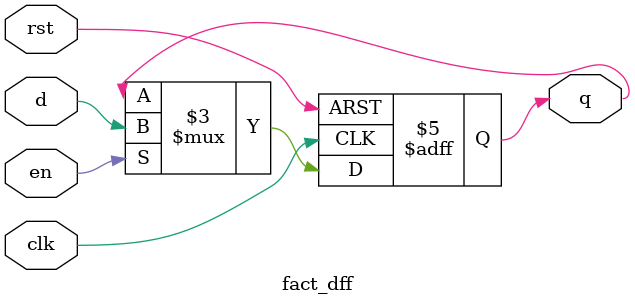
<source format=v>
`timescale 1ns / 1ps


module fact_dff(input en, clk, rst, d, output reg q);
always @(posedge clk, posedge rst)
begin
    if(rst) q <= 0;
    else
    begin
        if(en) q <= d;
        else q <= q;
    end
end
endmodule

</source>
